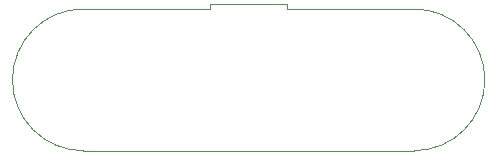
<source format=gbr>
%TF.GenerationSoftware,KiCad,Pcbnew,(6.0.0)*%
%TF.CreationDate,2022-09-18T22:54:42-04:00*%
%TF.ProjectId,SergioPico_USB,53657267-696f-4506-9963-6f5f5553422e,1*%
%TF.SameCoordinates,Original*%
%TF.FileFunction,Profile,NP*%
%FSLAX46Y46*%
G04 Gerber Fmt 4.6, Leading zero omitted, Abs format (unit mm)*
G04 Created by KiCad (PCBNEW (6.0.0)) date 2022-09-18 22:54:42*
%MOMM*%
%LPD*%
G01*
G04 APERTURE LIST*
%TA.AperFunction,Profile*%
%ADD10C,0.100000*%
%TD*%
G04 APERTURE END LIST*
D10*
X130250000Y-106080000D02*
X130250000Y-105630000D01*
X113000000Y-106080000D02*
G75*
G03*
X113000000Y-118080000I0J-6000000D01*
G01*
X141000000Y-118080000D02*
G75*
G03*
X141000000Y-106080000I0J6000000D01*
G01*
X123750000Y-106080000D02*
X123750000Y-105630000D01*
X130250000Y-106080000D02*
X141000000Y-106080000D01*
X113000000Y-118080000D02*
X141000000Y-118080000D01*
X123750000Y-105630000D02*
X130250000Y-105630000D01*
X113000000Y-106080000D02*
X123750000Y-106080000D01*
M02*

</source>
